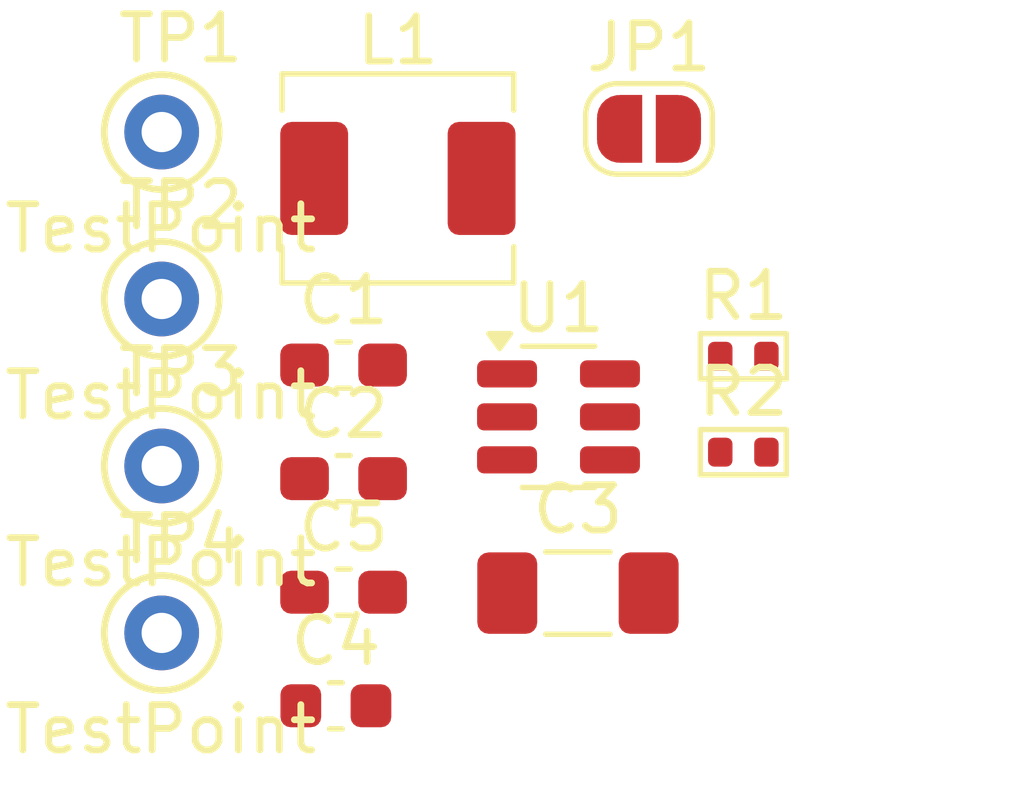
<source format=kicad_pcb>
(kicad_pcb (version 20241229) (generator "pcbnew") (generator_version "9.0")
  (layers (0 "F.Cu" signal) (2 "B.Cu" signal) (13 "F.Paste" user) (15 "B.Paste" user) (5 "F.SilkS" user "F.Silkscreen") (7 "B.SilkS" user "B.Silkscreen") (1 "F.Mask" user) (3 "B.Mask" user) (25 "Edge.Cuts" user))
  (net 0 "")
  (net 1 "GND")
  (net 2 "Net-(JP1-B)")
  (net 3 "VCC")
  (net 4 "Net-(U1-BST)")
  (net 5 "Net-(U1-SW)")
  (net 6 "Net-(U1-FB)")
  (net 7 "+3.3V")
  (footprint "Inductor_SMD:L_Chilisin_BMRA00040420" (layer "F.Cu") (at 131.275 76.51)
    (property "Reference" "L1" (at 0 -3.05 0) (layer "F.SilkS"))
    (property "Value" "6.8uf")
    (fp_line (start -2.56 -2.31) (end -2.56 -1.51) (stroke (width 0.12)) (layer "F.SilkS"))
    (fp_line (start -2.56 -2.31) (end 2.56 -2.31) (stroke (width 0.12)) (layer "F.SilkS"))
    (fp_line (start -2.56 2.31) (end -2.56 1.51) (stroke (width 0.12)) (layer "F.SilkS"))
    (fp_line (start -2.56 2.31) (end 2.56 2.31) (stroke (width 0.12)) (layer "F.SilkS"))
    (fp_line (start 2.56 -2.31) (end 2.56 -1.51) (stroke (width 0.12)) (layer "F.SilkS"))
    (fp_line (start 2.56 2.31) (end 2.56 1.51) (stroke (width 0.12)) (layer "F.SilkS"))
    (pad "1" smd roundrect (at -1.85 0) (size 1.5 2.5) (layers "F.Cu" "F.Mask" "F.Paste") (roundrect_rratio 0.166667) (net 5 "Net-(U1-SW)"))
    (pad "2" smd roundrect (at 1.85 0) (size 1.5 2.5) (layers "F.Cu" "F.Mask" "F.Paste") (roundrect_rratio 0.166667) (net 2 "Net-(JP1-B)"))
  )
  (footprint "Capacitor_SMD:C_1206_3216Metric_Pad1.33x1.80mm_HandSolder" (layer "F.Cu") (at 135.255 85.675)
    (property "Reference" "C3" (at 0 -1.85 0) (layer "F.SilkS"))
    (property "Value" "10uf 50v")
    (fp_line (start -0.711252 -0.91) (end 0.711252 -0.91) (stroke (width 0.12)) (layer "F.SilkS"))
    (fp_line (start -0.711252 0.91) (end 0.711252 0.91) (stroke (width 0.12)) (layer "F.SilkS"))
    (pad "1" smd roundrect (at -1.5625 0) (size 1.325 1.8) (layers "F.Cu" "F.Mask" "F.Paste") (roundrect_rratio 0.188679) (net 3 "VCC"))
    (pad "2" smd roundrect (at 1.5625 0) (size 1.325 1.8) (layers "F.Cu" "F.Mask" "F.Paste") (roundrect_rratio 0.188679) (net 1 "GND"))
  )
  (footprint "Package_TO_SOT_SMD:TSOT-23-6" (layer "F.Cu") (at 134.825 81.78)
    (property "Reference" "U1" (at 0 -2.4 0) (layer "F.SilkS"))
    (property "Value" "AP63203WU")
    (fp_line (start 0 -1.56) (end -0.8 -1.56) (stroke (width 0.12)) (layer "F.SilkS"))
    (fp_line (start 0 -1.56) (end 0.8 -1.56) (stroke (width 0.12)) (layer "F.SilkS"))
    (fp_line (start 0 1.56) (end -0.8 1.56) (stroke (width 0.12)) (layer "F.SilkS"))
    (fp_line (start 0 1.56) (end 0.8 1.56) (stroke (width 0.12)) (layer "F.SilkS"))
    (fp_poly (pts (xy -1.3 -1.51) (xy -1.54 -1.84) (xy -1.06 -1.84)) (stroke (width 0.12)) (fill yes) (layer "F.SilkS"))
    (pad "1" smd roundrect (at -1.1375 -0.95) (size 1.325 0.6) (layers "F.Cu" "F.Mask" "F.Paste") (net 6 "Net-(U1-FB)"))
    (pad "2" smd roundrect (at -1.1375 0) (size 1.325 0.6) (layers "F.Cu" "F.Mask" "F.Paste") (net 3 "VCC"))
    (pad "3" smd roundrect (at -1.1375 0.95) (size 1.325 0.6) (layers "F.Cu" "F.Mask" "F.Paste") (net 3 "VCC"))
    (pad "4" smd roundrect (at 1.1375 0.95) (size 1.325 0.6) (layers "F.Cu" "F.Mask" "F.Paste") (net 1 "GND"))
    (pad "5" smd roundrect (at 1.1375 0) (size 1.325 0.6) (layers "F.Cu" "F.Mask" "F.Paste") (net 5 "Net-(U1-SW)"))
    (pad "6" smd roundrect (at 1.1375 -0.95) (size 1.325 0.6) (layers "F.Cu" "F.Mask" "F.Paste") (net 4 "Net-(U1-BST)"))
  )
  (footprint "PCM_4ms_TestPoint:TestPoint_WireHole" (layer "F.Cu") (at 126.055 86.555)
    (property "Reference" "TP4" (at 0.42 -2.07 0) (layer "F.SilkS"))
    (property "Value" "TestPoint" (at -0.02 2.13 0) (layer "F.SilkS"))
    (fp_circle (center 0 0) (end 0 -1.27) (stroke (width 0.15)) (fill no) (layer "F.SilkS"))
    (pad "1" thru_hole circle (at 0 0) (size 1.651 1.651) (drill 0.889) (layers "*.Cu" "*.Mask") (net 7 "+3.3V"))
  )
  (footprint "Capacitor_SMD:C_0603_1608Metric_Pad1.08x0.95mm_HandSolder" (layer "F.Cu") (at 130.075 85.655)
    (property "Reference" "C5" (at 0 -1.43 0) (layer "F.SilkS"))
    (property "Value" "100pf")
    (fp_line (start -0.146267 -0.51) (end 0.146267 -0.51) (stroke (width 0.12)) (layer "F.SilkS"))
    (fp_line (start -0.146267 0.51) (end 0.146267 0.51) (stroke (width 0.12)) (layer "F.SilkS"))
    (pad "1" smd roundrect (at -0.8625 0) (size 1.075 0.95) (layers "F.Cu" "F.Mask" "F.Paste") (net 2 "Net-(JP1-B)"))
    (pad "2" smd roundrect (at 0.8625 0) (size 1.075 0.95) (layers "F.Cu" "F.Mask" "F.Paste") (net 6 "Net-(U1-FB)"))
  )
  (footprint "Capacitor_SMD:C_0603_1608Metric_Pad1.08x0.95mm_HandSolder" (layer "F.Cu") (at 130.075 83.145)
    (property "Reference" "C2" (at 0 -1.43 0) (layer "F.SilkS"))
    (property "Value" "22uf")
    (fp_line (start -0.146267 -0.51) (end 0.146267 -0.51) (stroke (width 0.12)) (layer "F.SilkS"))
    (fp_line (start -0.146267 0.51) (end 0.146267 0.51) (stroke (width 0.12)) (layer "F.SilkS"))
    (pad "1" smd roundrect (at -0.8625 0) (size 1.075 0.95) (layers "F.Cu" "F.Mask" "F.Paste") (net 2 "Net-(JP1-B)"))
    (pad "2" smd roundrect (at 0.8625 0) (size 1.075 0.95) (layers "F.Cu" "F.Mask" "F.Paste") (net 1 "GND"))
  )
  (footprint "Capacitor_SMD:C_0603_1608Metric_Pad1.08x0.95mm_HandSolder" (layer "F.Cu") (at 130.075 80.635)
    (property "Reference" "C1" (at 0 -1.43 0) (layer "F.SilkS"))
    (property "Value" "22uf")
    (fp_line (start -0.146267 -0.51) (end 0.146267 -0.51) (stroke (width 0.12)) (layer "F.SilkS"))
    (fp_line (start -0.146267 0.51) (end 0.146267 0.51) (stroke (width 0.12)) (layer "F.SilkS"))
    (pad "1" smd roundrect (at -0.8625 0) (size 1.075 0.95) (layers "F.Cu" "F.Mask" "F.Paste") (net 2 "Net-(JP1-B)"))
    (pad "2" smd roundrect (at 0.8625 0) (size 1.075 0.95) (layers "F.Cu" "F.Mask" "F.Paste") (net 1 "GND"))
  )
  (footprint "PCM_4ms_TestPoint:TestPoint_WireHole" (layer "F.Cu") (at 126.055 82.865)
    (property "Reference" "TP3" (at 0.42 -2.07 0) (layer "F.SilkS"))
    (property "Value" "TestPoint" (at -0.02 2.13 0) (layer "F.SilkS"))
    (fp_circle (center 0 0) (end 0 -1.27) (stroke (width 0.15)) (fill no) (layer "F.SilkS"))
    (pad "1" thru_hole circle (at 0 0) (size 1.651 1.651) (drill 0.889) (layers "*.Cu" "*.Mask") (net 3 "VCC"))
  )
  (footprint "Jumper:SolderJumper-2_P1.3mm_Open_RoundedPad1.0x1.5mm" (layer "F.Cu") (at 136.825 75.415)
    (property "Reference" "JP1" (at 0 -1.8 0) (layer "F.SilkS"))
    (property "Value" "SolderJumper_2_Open")
    (fp_line (start -1.4 0.3) (end -1.4 -0.3) (stroke (width 0.12)) (layer "F.SilkS"))
    (fp_line (start -0.7 -1) (end 0.7 -1) (stroke (width 0.12)) (layer "F.SilkS"))
    (fp_line (start 0.7 1) (end -0.7 1) (stroke (width 0.12)) (layer "F.SilkS"))
    (fp_line (start 1.4 -0.3) (end 1.4 0.3) (stroke (width 0.12)) (layer "F.SilkS"))
    (fp_arc (start -1.4 -0.3) (mid -1.194975 -0.794975) (end -0.7 -1) (stroke (width 0.12)) (layer "F.SilkS"))
    (fp_arc (start -0.7 1) (mid -1.194975 0.794975) (end -1.4 0.3) (stroke (width 0.12)) (layer "F.SilkS"))
    (fp_arc (start 0.7 -1) (mid 1.194975 -0.794975) (end 1.4 -0.3) (stroke (width 0.12)) (layer "F.SilkS"))
    (fp_arc (start 1.4 0.3) (mid 1.194975 0.794975) (end 0.7 1) (stroke (width 0.12)) (layer "F.SilkS"))
    (pad "1" smd custom (at -0.65 0) (size 1 0.5) (layers "F.Cu" "F.Mask") (net 7 "+3.3V") (options (clearance outline) (anchor rect)) (primitives (gr_circle (center 0 0.25) (end 0.5 0.25) (width 0) (fill yes)) (gr_circle (center 0 -0.25) (end 0.5 -0.25) (width 0) (fill yes)) (gr_poly (pts (xy 0.5 0.75) (xy 0 0.75) (xy 0 -0.75) (xy 0.5 -0.75)) (width 0) (fill yes))))
    (pad "2" smd custom (at 0.65 0) (size 1 0.5) (layers "F.Cu" "F.Mask") (net 2 "Net-(JP1-B)") (options (clearance outline) (anchor rect)) (primitives (gr_circle (center 0 0.25) (end 0.5 0.25) (width 0) (fill yes)) (gr_circle (center 0 -0.25) (end 0.5 -0.25) (width 0) (fill yes)) (gr_poly (pts (xy 0 0.75) (xy -0.5 0.75) (xy -0.5 -0.75) (xy 0 -0.75)) (width 0) (fill yes))))
  )
  (footprint "PCM_4ms_TestPoint:TestPoint_WireHole" (layer "F.Cu") (at 126.055 79.175)
    (property "Reference" "TP2" (at 0.42 -2.07 0) (layer "F.SilkS"))
    (property "Value" "TestPoint" (at -0.02 2.13 0) (layer "F.SilkS"))
    (fp_circle (center 0 0) (end 0 -1.27) (stroke (width 0.15)) (fill no) (layer "F.SilkS"))
    (pad "1" thru_hole circle (at 0 0) (size 1.651 1.651) (drill 0.889) (layers "*.Cu" "*.Mask") (net 6 "Net-(U1-FB)"))
  )
  (footprint "PCM_4ms_TestPoint:TestPoint_WireHole" (layer "F.Cu") (at 126.055 75.485)
    (property "Reference" "TP1" (at 0.42 -2.07 0) (layer "F.SilkS"))
    (property "Value" "TestPoint" (at -0.02 2.13 0) (layer "F.SilkS"))
    (fp_circle (center 0 0) (end 0 -1.27) (stroke (width 0.15)) (fill no) (layer "F.SilkS"))
    (pad "1" thru_hole circle (at 0 0) (size 1.651 1.651) (drill 0.889) (layers "*.Cu" "*.Mask") (net 2 "Net-(JP1-B)"))
  )
  (footprint "PCM_Resistor_SMD_AKL:R_0402_1005Metric" (layer "F.Cu") (at 138.91 80.44)
    (property "Reference" "R1" (at 0 -1.3335 0) (layer "F.SilkS"))
    (property "Value" "22k" (hide yes))
    (fp_line (start -0.95 -0.5) (end -0.95 0.5) (stroke (width 0.12)) (layer "F.SilkS"))
    (fp_line (start -0.95 0.5) (end 0.95 0.5) (stroke (width 0.12)) (layer "F.SilkS"))
    (fp_line (start 0.95 -0.5) (end -0.95 -0.5) (stroke (width 0.12)) (layer "F.SilkS"))
    (fp_line (start 0.95 0.5) (end 0.95 -0.5) (stroke (width 0.12)) (layer "F.SilkS"))
    (pad "1" smd roundrect (at -0.51 0) (size 0.54 0.64) (layers "F.Cu" "F.Mask" "F.Paste") (net 6 "Net-(U1-FB)"))
    (pad "2" smd roundrect (at 0.51 0) (size 0.54 0.64) (layers "F.Cu" "F.Mask" "F.Paste") (net 1 "GND"))
  )
  (footprint "Capacitor_SMD:C_0603_1608Metric" (layer "F.Cu") (at 129.905 88.165)
    (property "Reference" "C4" (at 0 -1.43 0) (layer "F.SilkS"))
    (property "Value" "100nf")
    (fp_line (start -0.14058 -0.51) (end 0.14058 -0.51) (stroke (width 0.12)) (layer "F.SilkS"))
    (fp_line (start -0.14058 0.51) (end 0.14058 0.51) (stroke (width 0.12)) (layer "F.SilkS"))
    (pad "1" smd roundrect (at -0.775 0) (size 0.9 0.95) (layers "F.Cu" "F.Mask" "F.Paste") (net 4 "Net-(U1-BST)"))
    (pad "2" smd roundrect (at 0.775 0) (size 0.9 0.95) (layers "F.Cu" "F.Mask" "F.Paste") (net 5 "Net-(U1-SW)"))
  )
  (footprint "PCM_Resistor_SMD_AKL:R_0402_1005Metric" (layer "F.Cu") (at 138.91 82.56)
    (property "Reference" "R2" (at 0 -1.3335 0) (layer "F.SilkS"))
    (property "Value" "22k" (hide yes))
    (fp_line (start -0.95 -0.5) (end -0.95 0.5) (stroke (width 0.12)) (layer "F.SilkS"))
    (fp_line (start -0.95 0.5) (end 0.95 0.5) (stroke (width 0.12)) (layer "F.SilkS"))
    (fp_line (start 0.95 -0.5) (end -0.95 -0.5) (stroke (width 0.12)) (layer "F.SilkS"))
    (fp_line (start 0.95 0.5) (end 0.95 -0.5) (stroke (width 0.12)) (layer "F.SilkS"))
    (pad "1" smd roundrect (at -0.51 0) (size 0.54 0.64) (layers "F.Cu" "F.Mask" "F.Paste") (net 2 "Net-(JP1-B)"))
    (pad "2" smd roundrect (at 0.51 0) (size 0.54 0.64) (layers "F.Cu" "F.Mask" "F.Paste") (net 6 "Net-(U1-FB)"))
  )
)
</source>
